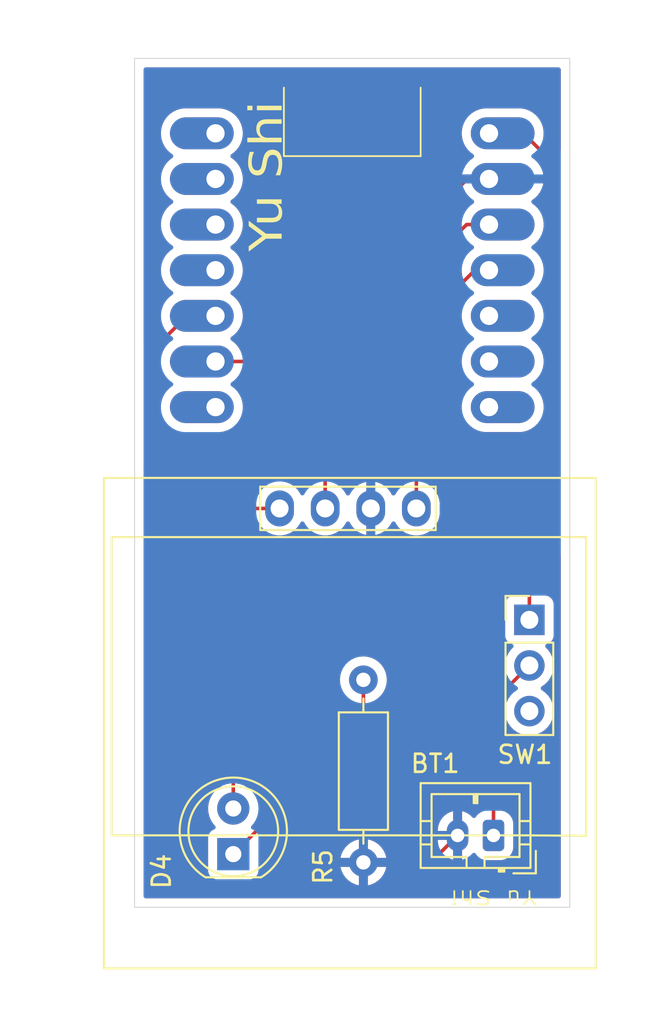
<source format=kicad_pcb>
(kicad_pcb (version 20240108) (generator "pcbnew") (generator_version "8.0")
  (title_block (title "Display part") (date "2025-02-05") (rev "V1") (company "Yu Shi"))
  (layers (0 "F.Cu" signal) (31 "B.Cu" signal) (34 "B.Paste" user) (35 "F.Paste" user) (36 "B.SilkS" user "B.Silkscreen") (37 "F.SilkS" user "F.Silkscreen") (38 "B.Mask" user) (39 "F.Mask" user) (44 "Edge.Cuts" user))
  (net 0 "")
  (net 1 "GND")
  (net 2 "Net-(SW1-A)")
  (net 3 "Net-(Humidity1-SDA)")
  (net 4 "Net-(D4-K)")
  (net 5 "Net-(D4-A)")
  (net 6 "Net-(Humidity1-VIN)")
  (net 12 "Net-(BT1-+)")
  (net 14 "Net-(Humidity1-SCL)")
  (footprint "LED_THT:LED_D5.0mm" (layer "F.Cu") (at 151.5 118.79 90)
    (property "Reference" "D4" (at -0.96 -4 90) (layer "F.SilkS"))
    (property "Value" "LED")
    (fp_line (start -1.29 -1.545) (end -1.29 1.545) (stroke (width 0.12)) (layer "F.SilkS"))
    (fp_arc (start -1.29 -1.54483) (mid 2.071756 -2.880501) (end 4.26 -0.000048) (stroke (width 0.12)) (layer "F.SilkS"))
    (fp_arc (start 4.26 0.000048) (mid 2.071756 2.880501) (end -1.29 1.54483) (stroke (width 0.12)) (layer "F.SilkS"))
    (fp_circle (center 1.27 0) (end 3.77 0) (stroke (width 0.12)) (fill none) (layer "F.SilkS"))
    (pad "1" thru_hole rect (at 0 0 90) (size 1.8 1.8) (drill 0.9) (layers "*.Cu" "*.Mask") (net 4 "Net-(D4-K)"))
    (pad "2" thru_hole circle (at 2.54 0 90) (size 1.8 1.8) (drill 0.9) (layers "*.Cu" "*.Mask") (net 5 "Net-(D4-A)"))
  )
  (footprint "1:128x64OLED" (layer "F.Cu") (at 157.7 110.15)
    (property "Reference" "Humidity1" (hide yes))
    (property "Value" "~")
    (fp_line (start -13.4 -12.3) (end 14 -12.3) (stroke (width 0.12)) (layer "F.SilkS"))
    (fp_line (start -13.4 15) (end -13.4 -12.3) (stroke (width 0.12)) (layer "F.SilkS"))
    (fp_line (start -12.978 -9.005) (end 10.122 -9.005) (stroke (width 0.12)) (layer "F.SilkS"))
    (fp_line (start -12.978 7.595) (end -12.978 -9.005) (stroke (width 0.12)) (layer "F.SilkS"))
    (fp_line (start -4.699 -11.811) (end -4.699 -9.398) (stroke (width 0.12)) (layer "F.SilkS"))
    (fp_line (start -4.699 -11.811) (end 5.08 -11.811) (stroke (width 0.12)) (layer "F.SilkS"))
    (fp_line (start 5.08 -11.811) (end 5.08 -9.398) (stroke (width 0.12)) (layer "F.SilkS"))
    (fp_line (start 5.08 -9.398) (end -4.699 -9.398) (stroke (width 0.12)) (layer "F.SilkS"))
    (fp_line (start 10.122 -9.005) (end 13.208 -9.005) (stroke (width 0.12)) (layer "F.SilkS"))
    (fp_line (start 10.122 7.595) (end -12.978 7.595) (stroke (width 0.12)) (layer "F.SilkS"))
    (fp_line (start 10.122 7.595) (end 13.462 7.62) (stroke (width 0.12)) (layer "F.SilkS"))
    (fp_line (start 13.462 -9.017) (end 13.208 -9.005) (stroke (width 0.12)) (layer "F.SilkS"))
    (fp_line (start 13.462 7.62) (end 13.462 -9.017) (stroke (width 0.12)) (layer "F.SilkS"))
    (fp_line (start 14 -12.3) (end 14 15) (stroke (width 0.12)) (layer "F.SilkS"))
    (fp_line (start 14 15) (end -13.4 15) (stroke (width 0.12)) (layer "F.SilkS"))
    (pad "1" thru_hole oval (at -3.62 -10.6 90) (size 2 1.6) (drill 1) (layers "*.Cu" "*.Mask") (net 3 "Net-(Humidity1-SDA)"))
    (pad "2" thru_hole oval (at -1.08 -10.6 90) (size 2 1.6) (drill 1) (layers "*.Cu" "*.Mask") (net 14 "Net-(Humidity1-SCL)"))
    (pad "3" thru_hole oval (at 1.46 -10.6 90) (size 2 1.6) (drill 1) (layers "*.Cu" "*.Mask") (net 1 "GND"))
    (pad "4" thru_hole oval (at 4 -10.6 90) (size 2 1.6) (drill 1) (layers "*.Cu" "*.Mask") (net 6 "Net-(Humidity1-VIN)"))
  )
  (footprint "Resistor_THT:R_Axial_DIN0207_L6.3mm_D2.5mm_P10.16mm_Horizontal" (layer "F.Cu") (at 158.75 109.09 -90)
    (property "Reference" "R5" (at 10.41 2.25 90) (layer "F.SilkS"))
    (property "Value" "65 Ohmes")
    (fp_line (start 1.81 1.37) (end 8.35 1.37) (stroke (width 0.12)) (layer "F.SilkS"))
    (fp_line (start 8.35 1.37) (end 8.35 -1.37) (stroke (width 0.12)) (layer "F.SilkS"))
    (fp_line (start 1.04 0) (end 1.81 0) (stroke (width 0.12)) (layer "F.SilkS"))
    (fp_line (start 9.12 0) (end 8.35 0) (stroke (width 0.12)) (layer "F.SilkS"))
    (fp_line (start 1.81 -1.37) (end 1.81 1.37) (stroke (width 0.12)) (layer "F.SilkS"))
    (fp_line (start 8.35 -1.37) (end 1.81 -1.37) (stroke (width 0.12)) (layer "F.SilkS"))
    (pad "1" thru_hole circle (at 0 0 270) (size 1.6 1.6) (drill 0.8) (layers "*.Cu" "*.Mask") (net 4 "Net-(D4-K)"))
    (pad "2" thru_hole oval (at 10.16 0 270) (size 1.6 1.6) (drill 0.8) (layers "*.Cu" "*.Mask") (net 1 "GND"))
  )
  (footprint "Connector_PinHeader_2.54mm:PinHeader_1x03_P2.54mm_Vertical" (layer "F.Cu") (at 168 105.75)
    (property "Reference" "SW1" (at -0.25 7.5 0) (layer "F.SilkS"))
    (property "Value" "SW_SPDT" (hide yes))
    (fp_line (start -1.33 -1.33) (end 0 -1.33) (stroke (width 0.12)) (layer "F.SilkS"))
    (fp_line (start -1.33 0) (end -1.33 -1.33) (stroke (width 0.12)) (layer "F.SilkS"))
    (fp_line (start -1.33 1.27) (end -1.33 6.41) (stroke (width 0.12)) (layer "F.SilkS"))
    (fp_line (start -1.33 1.27) (end 1.33 1.27) (stroke (width 0.12)) (layer "F.SilkS"))
    (fp_line (start -1.33 6.41) (end 1.33 6.41) (stroke (width 0.12)) (layer "F.SilkS"))
    (fp_line (start 1.33 1.27) (end 1.33 6.41) (stroke (width 0.12)) (layer "F.SilkS"))
    (pad "1" thru_hole rect (at 0 0) (size 1.7 1.7) (drill 1) (layers "*.Cu" "*.Mask") (net 2 "Net-(SW1-A)"))
    (pad "2" thru_hole oval (at 0 2.54) (size 1.7 1.7) (drill 1) (layers "*.Cu" "*.Mask") (net 12 "Net-(BT1-+)"))
    (pad "3" thru_hole oval (at 0 5.08) (size 1.7 1.7) (drill 1) (layers "*.Cu" "*.Mask"))
  )
  (footprint "6:XIAO_ESP32_SENSE" (layer "F.Cu") (at 158.13 86.29)
    (property "Reference" "U3" (hide yes))
    (property "Value" "MOUDLE-SEEEDUINO-XIAO-ESP32C3" (hide yes))
    (fp_line (start -3.81 -10.16) (end -3.81 -6.35) (stroke (width 0.1)) (layer "F.SilkS"))
    (fp_line (start -3.81 -6.35) (end 3.81 -6.35) (stroke (width 0.1)) (layer "F.SilkS"))
    (fp_line (start 3.81 -6.35) (end 3.81 -10.16) (stroke (width 0.1)) (layer "F.SilkS"))
    (pad "1" thru_hole oval (at -7.62 -7.62) (size 3.556 1.778) (drill 1.016 (offset -0.762 0)) (layers "*.Cu" "*.Mask"))
    (pad "2" thru_hole oval (at -7.62 -5.08) (size 3.556 1.778) (drill 1.016 (offset -0.762 0)) (layers "*.Cu" "*.Mask"))
    (pad "3" thru_hole oval (at -7.62 -2.54) (size 3.556 1.778) (drill 1.016 (offset -0.762 0)) (layers "*.Cu" "*.Mask"))
    (pad "4" thru_hole oval (at -7.62 0) (size 3.556 1.778) (drill 1.016 (offset -0.762 0)) (layers "*.Cu" "*.Mask"))
    (pad "5" thru_hole oval (at -7.62 2.54) (size 3.556 1.778) (drill 1.016 (offset -0.762 0)) (layers "*.Cu" "*.Mask") (net 3 "Net-(Humidity1-SDA)"))
    (pad "6" thru_hole oval (at -7.62 5.08) (size 3.556 1.778) (drill 1.016 (offset -0.762 0)) (layers "*.Cu" "*.Mask") (net 14 "Net-(Humidity1-SCL)"))
    (pad "7" thru_hole oval (at -7.62 7.62) (size 3.556 1.778) (drill 1.016 (offset -0.762 0)) (layers "*.Cu" "*.Mask"))
    (pad "8" thru_hole oval (at 7.62 -7.62) (size 3.556 1.778) (drill 1.016 (offset 0.762 0)) (layers "*.Cu" "*.Mask") (net 2 "Net-(SW1-A)"))
    (pad "9" thru_hole oval (at 7.62 -5.08) (size 3.556 1.778) (drill 1.016 (offset 0.762 0)) (layers "*.Cu" "*.Mask") (net 1 "GND"))
    (pad "10" thru_hole oval (at 7.62 -2.54) (size 3.556 1.778) (drill 1.016 (offset 0.762 0)) (layers "*.Cu" "*.Mask") (net 6 "Net-(Humidity1-VIN)"))
    (pad "11" thru_hole oval (at 7.62 0) (size 3.556 1.778) (drill 1.016 (offset 0.762 0)) (layers "*.Cu" "*.Mask") (net 5 "Net-(D4-A)"))
    (pad "12" thru_hole oval (at 7.62 2.54) (size 3.556 1.778) (drill 1.016 (offset 0.762 0)) (layers "*.Cu" "*.Mask"))
    (pad "13" thru_hole oval (at 7.62 5.08) (size 3.556 1.778) (drill 1.016 (offset 0.762 0)) (layers "*.Cu" "*.Mask"))
    (pad "14" thru_hole oval (at 7.62 7.62) (size 3.556 1.778) (drill 1.016 (offset 0.762 0)) (layers "*.Cu" "*.Mask"))
  )
  (footprint "Connector_JST:JST_PH_B2B-PH-K_1x02_P2.00mm_Vertical" (layer "F.Cu") (at 166 117.75 180)
    (property "Reference" "BT1" (at 3.25 4 0) (layer "F.SilkS"))
    (property "Value" "Battery_Cell" (hide yes))
    (fp_line (start 4.06 2.91) (end 4.06 -1.81) (stroke (width 0.12)) (layer "F.SilkS"))
    (fp_line (start 4.06 0.8) (end 3.45 0.8) (stroke (width 0.12)) (layer "F.SilkS"))
    (fp_line (start 4.06 -0.5) (end 3.45 -0.5) (stroke (width 0.12)) (layer "F.SilkS"))
    (fp_line (start 4.06 -1.81) (end -2.06 -1.81) (stroke (width 0.12)) (layer "F.SilkS"))
    (fp_line (start 3.45 2.3) (end 3.45 -1.2) (stroke (width 0.12)) (layer "F.SilkS"))
    (fp_line (start 3.45 -1.2) (end 1.5 -1.2) (stroke (width 0.12)) (layer "F.SilkS"))
    (fp_line (start 1.5 -1.2) (end 1.5 -1.81) (stroke (width 0.12)) (layer "F.SilkS"))
    (fp_line (start 1.1 1.8) (end 1.1 2.3) (stroke (width 0.12)) (layer "F.SilkS"))
    (fp_line (start 1 2.3) (end 1 1.8) (stroke (width 0.12)) (layer "F.SilkS"))
    (fp_line (start 0.9 2.3) (end 0.9 1.8) (stroke (width 0.12)) (layer "F.SilkS"))
    (fp_line (start 0.9 1.8) (end 1.1 1.8) (stroke (width 0.12)) (layer "F.SilkS"))
    (fp_line (start 0.5 -1.2) (end -1.45 -1.2) (stroke (width 0.12)) (layer "F.SilkS"))
    (fp_line (start 0.5 -1.81) (end 0.5 -1.2) (stroke (width 0.12)) (layer "F.SilkS"))
    (fp_line (start -0.3 -1.81) (end -0.3 -2.01) (stroke (width 0.12)) (layer "F.SilkS"))
    (fp_line (start -0.3 -1.91) (end -0.6 -1.91) (stroke (width 0.12)) (layer "F.SilkS"))
    (fp_line (start -0.3 -2.01) (end -0.6 -2.01) (stroke (width 0.12)) (layer "F.SilkS"))
    (fp_line (start -0.6 -2.01) (end -0.6 -1.81) (stroke (width 0.12)) (layer "F.SilkS"))
    (fp_line (start -1.11 -2.11) (end -2.36 -2.11) (stroke (width 0.12)) (layer "F.SilkS"))
    (fp_line (start -1.45 2.3) (end 3.45 2.3) (stroke (width 0.12)) (layer "F.SilkS"))
    (fp_line (start -1.45 -1.2) (end -1.45 2.3) (stroke (width 0.12)) (layer "F.SilkS"))
    (fp_line (start -2.06 2.91) (end 4.06 2.91) (stroke (width 0.12)) (layer "F.SilkS"))
    (fp_line (start -2.06 0.8) (end -1.45 0.8) (stroke (width 0.12)) (layer "F.SilkS"))
    (fp_line (start -2.06 -0.5) (end -1.45 -0.5) (stroke (width 0.12)) (layer "F.SilkS"))
    (fp_line (start -2.06 -1.81) (end -2.06 2.91) (stroke (width 0.12)) (layer "F.SilkS"))
    (fp_line (start -2.36 -2.11) (end -2.36 -0.86) (stroke (width 0.12)) (layer "F.SilkS"))
    (pad "1" thru_hole roundrect (at 0 0 180) (size 1.2 1.75) (drill 0.75) (layers "*.Cu" "*.Mask") (roundrect_rratio 0.208333) (net 12 "Net-(BT1-+)"))
    (pad "2" thru_hole oval (at 2 0 180) (size 1.2 1.75) (drill 0.75) (layers "*.Cu" "*.Mask") (net 1 "GND"))
  )
  (gr_rect (start 146 74.5) (end 170.25 121.75) (stroke (width 0.05)) (fill none) (layer "Edge.Cuts"))
  (gr_text "Yu Shi" (at 154.5 85.25 90) (layer "F.SilkS") (effects (font (size 1.8 2) (thickness 0.1)) (justify left bottom)))
  (gr_text "Yu Shi" (at 168.5 120.75 180) (layer "F.SilkS") (effects (font (size 0.75 1) (thickness 0.1)) (justify left bottom)))
  (segment (start 162.5 119.25) (end 164 117.75) (width 0.2) (layer "F.Cu") (net 1))
  (segment (start 156 103) (end 155.5 102.5) (width 0.2) (layer "F.Cu") (net 1))
  (segment (start 153.5 103.25) (end 153.5 104.125) (width 0.2) (layer "F.Cu") (net 1))
  (segment (start 150 106.5) (end 150.5 107) (width 0.2) (layer "F.Cu") (net 1))
  (segment (start 150 104.5) (end 150 106.5) (width 0.2) (layer "F.Cu") (net 1))
  (segment (start 155.5 102.5) (end 154.25 102.5) (width 0.2) (layer "F.Cu") (net 1))
  (segment (start 164.54 81.21) (end 165.75 81.21) (width 0.2) (layer "F.Cu") (net 1))
  (segment (start 155.25 107) (end 154 107) (width 0.2) (layer "F.Cu") (net 1))
  (segment (start 150.5 107) (end 151.5 107) (width 0.2) (layer "F.Cu") (net 1))
  (segment (start 156 106.25) (end 155.25 107) (width 0.2) (layer "F.Cu") (net 1))
  (segment (start 159.16 99.55) (end 159.16 86.59) (width 0.2) (layer "F.Cu") (net 1))
  (segment (start 154 107) (end 153.5 106.5) (width 0.2) (layer "F.Cu") (net 1))
  (segment (start 156 105.25) (end 156 106.25) (width 0.2) (layer "F.Cu") (net 1))
  (segment (start 148.5 104.25) (end 148.5 107) (width 0.2) (layer "F.Cu") (net 1))
  (segment (start 148.5 104.25) (end 150 102.75) (width 0.2) (layer "F.Cu") (net 1))
  (segment (start 154.125 104.75) (end 155.5 104.75) (width 0.2) (layer "F.Cu") (net 1))
  (segment (start 151.5 107) (end 152 106.5) (width 0.2) (layer "F.Cu") (net 1))
  (segment (start 147 102.75) (end 148.5 104.25) (width 0.2) (layer "F.Cu") (net 1))
  (segment (start 159.16 86.59) (end 164.54 81.21) (width 0.2) (layer "F.Cu") (net 1))
  (segment (start 158.75 119.25) (end 162.5 119.25) (width 0.2) (layer "F.Cu") (net 1))
  (segment (start 155.5 104.75) (end 156 105.25) (width 0.2) (layer "F.Cu") (net 1))
  (segment (start 152 106.5) (end 152 104.5) (width 0.2) (layer "F.Cu") (net 1))
  (segment (start 153.5 104.125) (end 154.125 104.75) (width 0.2) (layer "F.Cu") (net 1))
  (segment (start 154.25 102.5) (end 153.5 103.25) (width 0.2) (layer "F.Cu") (net 1))
  (segment (start 165.75 78.67) (end 167.67 78.67) (width 0.2) (layer "F.Cu") (net 2))
  (segment (start 169.25 80.25) (end 169.25 101.5) (width 0.2) (layer "F.Cu") (net 2))
  (segment (start 168 102.75) (end 168 105.75) (width 0.2) (layer "F.Cu") (net 2))
  (segment (start 169.25 101.5) (end 168 102.75) (width 0.2) (layer "F.Cu") (net 2))
  (segment (start 167.67 78.67) (end 169.25 80.25) (width 0.2) (layer "F.Cu") (net 2))
  (segment (start 147 96.5) (end 147 90.75) (width 0.2) (layer "F.Cu") (net 3))
  (segment (start 154.08 99.55) (end 150.05 99.55) (width 0.2) (layer "F.Cu") (net 3))
  (segment (start 148.92 88.83) (end 150.51 88.83) (width 0.2) (layer "F.Cu") (net 3))
  (segment (start 150.05 99.55) (end 147 96.5) (width 0.2) (layer "F.Cu") (net 3))
  (segment (start 147 90.75) (end 148.92 88.83) (width 0.2) (layer "F.Cu") (net 3))
  (segment (start 158.75 111.54) (end 151.5 118.79) (width 0.2) (layer "F.Cu") (net 4))
  (segment (start 158.75 109.09) (end 158.75 111.54) (width 0.2) (layer "F.Cu") (net 4))
  (segment (start 151.5 116.25) (end 151.5 113.75) (width 0.2) (layer "F.Cu") (net 5))
  (segment (start 163.75 101.5) (end 163.75 87.5) (width 0.2) (layer "F.Cu") (net 5))
  (segment (start 164.96 86.29) (end 165.75 86.29) (width 0.2) (layer "F.Cu") (net 5))
  (segment (start 163.75 87.5) (end 164.96 86.29) (width 0.2) (layer "F.Cu") (net 5))
  (segment (start 151.5 113.75) (end 163.75 101.5) (width 0.2) (layer "F.Cu") (net 5))
  (segment (start 164.5 83.75) (end 165.75 83.75) (width 0.2) (layer "F.Cu") (net 6))
  (segment (start 161.7 86.55) (end 164.5 83.75) (width 0.2) (layer "F.Cu") (net 6))
  (segment (start 161.7 99.55) (end 161.7 86.55) (width 0.2) (layer "F.Cu") (net 6))
  (segment (start 166 110.29) (end 166 117.75) (width 0.2) (layer "F.Cu") (net 12))
  (segment (start 168 108.29) (end 166 110.29) (width 0.2) (layer "F.Cu") (net 12))
  (segment (start 154.12 91.37) (end 150.51 91.37) (width 0.2) (layer "F.Cu") (net 14))
  (segment (start 156.62 93.87) (end 154.12 91.37) (width 0.2) (layer "F.Cu") (net 14))
  (segment (start 156.62 99.55) (end 156.62 93.87) (width 0.2) (layer "F.Cu") (net 14))
  (zone (net 1) (net_name "GND") (layer "F.Cu") (connect_pads (clearance 0.5)) (min_thickness 0.25) (fill yes (thermal_gap 0.5) (thermal_bridge_width 0.5))
    (polygon (pts (xy 141.25 72.5) (xy 173.5 73.5) (xy 173.75 126.5) (xy 139.75 127.25)))
  )
  (zone (net 1) (net_name "GND") (layer "B.Cu") (priority 1) (connect_pads (clearance 0.5)) (min_thickness 0.25) (fill yes (thermal_gap 0.5) (thermal_bridge_width 0.5))
    (polygon (pts (xy 139.5 71.25) (xy 175 72) (xy 174.75 127.5) (xy 138.5 128.25)))
  )
)
</source>
